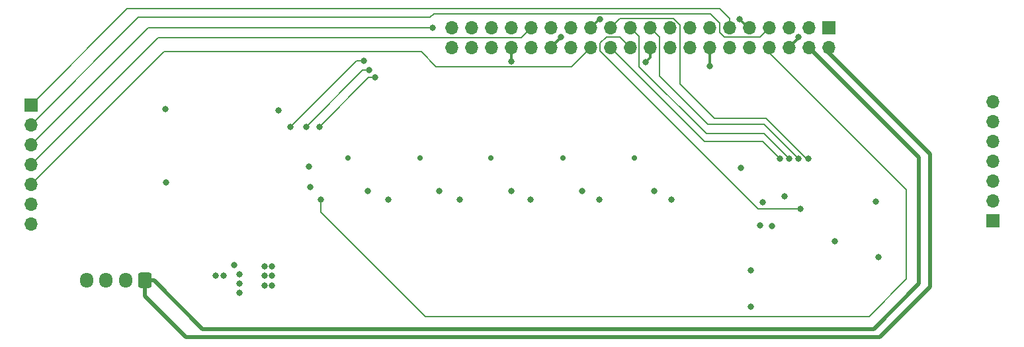
<source format=gbl>
G04 #@! TF.GenerationSoftware,KiCad,Pcbnew,7.0.8*
G04 #@! TF.CreationDate,2024-01-27T08:45:00-08:00*
G04 #@! TF.ProjectId,FacePlate,46616365-506c-4617-9465-2e6b69636164,rev?*
G04 #@! TF.SameCoordinates,Original*
G04 #@! TF.FileFunction,Copper,L4,Bot*
G04 #@! TF.FilePolarity,Positive*
%FSLAX46Y46*%
G04 Gerber Fmt 4.6, Leading zero omitted, Abs format (unit mm)*
G04 Created by KiCad (PCBNEW 7.0.8) date 2024-01-27 08:45:00*
%MOMM*%
%LPD*%
G01*
G04 APERTURE LIST*
G04 Aperture macros list*
%AMRoundRect*
0 Rectangle with rounded corners*
0 $1 Rounding radius*
0 $2 $3 $4 $5 $6 $7 $8 $9 X,Y pos of 4 corners*
0 Add a 4 corners polygon primitive as box body*
4,1,4,$2,$3,$4,$5,$6,$7,$8,$9,$2,$3,0*
0 Add four circle primitives for the rounded corners*
1,1,$1+$1,$2,$3*
1,1,$1+$1,$4,$5*
1,1,$1+$1,$6,$7*
1,1,$1+$1,$8,$9*
0 Add four rect primitives between the rounded corners*
20,1,$1+$1,$2,$3,$4,$5,0*
20,1,$1+$1,$4,$5,$6,$7,0*
20,1,$1+$1,$6,$7,$8,$9,0*
20,1,$1+$1,$8,$9,$2,$3,0*%
G04 Aperture macros list end*
G04 #@! TA.AperFunction,ComponentPad*
%ADD10R,1.700000X1.700000*%
G04 #@! TD*
G04 #@! TA.AperFunction,ComponentPad*
%ADD11O,1.700000X1.700000*%
G04 #@! TD*
G04 #@! TA.AperFunction,ComponentPad*
%ADD12RoundRect,0.250000X0.600000X0.725000X-0.600000X0.725000X-0.600000X-0.725000X0.600000X-0.725000X0*%
G04 #@! TD*
G04 #@! TA.AperFunction,ComponentPad*
%ADD13O,1.700000X1.950000*%
G04 #@! TD*
G04 #@! TA.AperFunction,ViaPad*
%ADD14C,0.800000*%
G04 #@! TD*
G04 #@! TA.AperFunction,ViaPad*
%ADD15C,0.700000*%
G04 #@! TD*
G04 #@! TA.AperFunction,Conductor*
%ADD16C,0.200000*%
G04 #@! TD*
G04 #@! TA.AperFunction,Conductor*
%ADD17C,0.300000*%
G04 #@! TD*
G04 #@! TA.AperFunction,Conductor*
%ADD18C,0.500000*%
G04 #@! TD*
G04 APERTURE END LIST*
D10*
X104140000Y-68925600D03*
D11*
X104140000Y-71465600D03*
X104140000Y-74005600D03*
X104140000Y-76545600D03*
X104140000Y-79085600D03*
X104140000Y-81625600D03*
X104140000Y-84165600D03*
D10*
X227250000Y-83700000D03*
D11*
X227250000Y-81160000D03*
X227250000Y-78620000D03*
X227250000Y-76080000D03*
X227250000Y-73540000D03*
X227250000Y-71000000D03*
X227250000Y-68460000D03*
D10*
X206248000Y-59000000D03*
D11*
X206248000Y-61540000D03*
X203708000Y-59000000D03*
X203708000Y-61540000D03*
X201168000Y-59000000D03*
X201168000Y-61540000D03*
X198628000Y-59000000D03*
X198628000Y-61540000D03*
X196088000Y-59000000D03*
X196088000Y-61540000D03*
X193548000Y-59000000D03*
X193548000Y-61540000D03*
X191008000Y-59000000D03*
X191008000Y-61540000D03*
X188468000Y-59000000D03*
X188468000Y-61540000D03*
X185928000Y-59000000D03*
X185928000Y-61540000D03*
X183388000Y-59000000D03*
X183388000Y-61540000D03*
X180848000Y-59000000D03*
X180848000Y-61540000D03*
X178308000Y-59000000D03*
X178308000Y-61540000D03*
X175768000Y-59000000D03*
X175768000Y-61540000D03*
X173228000Y-59000000D03*
X173228000Y-61540000D03*
X170688000Y-59000000D03*
X170688000Y-61540000D03*
X168148000Y-59000000D03*
X168148000Y-61540000D03*
X165608000Y-59000000D03*
X165608000Y-61540000D03*
X163068000Y-59000000D03*
X163068000Y-61540000D03*
X160528000Y-59000000D03*
X160528000Y-61540000D03*
X157988000Y-59000000D03*
X157988000Y-61540000D03*
D12*
X118750000Y-91400000D03*
D13*
X116250000Y-91400000D03*
X113750000Y-91400000D03*
X111250000Y-91400000D03*
D14*
X212287500Y-81312500D03*
X212600000Y-88400000D03*
X128800000Y-90800000D03*
X127800000Y-90800000D03*
X207000000Y-86400000D03*
X135800000Y-69600000D03*
X141200000Y-81000000D03*
X195000000Y-77000000D03*
X200600000Y-80600000D03*
X165600000Y-63300500D03*
X177000000Y-57899500D03*
X172000000Y-60200000D03*
X191008000Y-63899500D03*
X182800000Y-63400000D03*
X202400000Y-60200000D03*
X194800000Y-57899500D03*
X130150000Y-89400000D03*
X130825000Y-93000000D03*
X130800000Y-91800000D03*
X130800000Y-90600000D03*
X135000000Y-92000000D03*
X134000000Y-92000000D03*
X135000000Y-90800000D03*
X134000000Y-90800000D03*
X134000000Y-89600000D03*
X135000000Y-89600000D03*
X155500000Y-59000000D03*
X196250000Y-90107000D03*
X196250000Y-94750000D03*
X200000000Y-75800000D03*
X197800000Y-81400000D03*
X199000000Y-84400000D03*
X197425000Y-84364244D03*
X202600000Y-82200000D03*
X203600000Y-75800000D03*
X202400000Y-75800000D03*
X201200000Y-75800000D03*
X121370000Y-69400000D03*
X121400000Y-78800000D03*
X139900000Y-79450000D03*
X139750000Y-76800000D03*
X148200000Y-65400000D03*
X141050000Y-71700000D03*
X147450000Y-64450000D03*
X139350000Y-71700000D03*
X146750000Y-63250000D03*
X137375000Y-71675000D03*
X159006000Y-81045000D03*
X186106000Y-81045000D03*
D15*
X144700000Y-75700000D03*
D14*
X149856000Y-80995000D03*
D15*
X181400000Y-75719500D03*
D14*
X176906000Y-81045000D03*
D15*
X163000000Y-75700000D03*
X172200000Y-75700000D03*
X153900000Y-75700000D03*
D14*
X168106000Y-81045000D03*
X165606000Y-79945000D03*
X174706000Y-79945000D03*
X183906000Y-79894000D03*
X156367500Y-79945000D03*
X147206000Y-79944000D03*
D16*
X216200000Y-79800000D02*
X198628000Y-62228000D01*
X198628000Y-62228000D02*
X198628000Y-61540000D01*
X216200000Y-91200000D02*
X216200000Y-79800000D01*
X141200000Y-82600000D02*
X154600000Y-96000000D01*
X154600000Y-96000000D02*
X211400000Y-96000000D01*
X141200000Y-81000000D02*
X141200000Y-82600000D01*
X211400000Y-96000000D02*
X216200000Y-91200000D01*
X179508000Y-60200000D02*
X180848000Y-61540000D01*
X177800000Y-60200000D02*
X179508000Y-60200000D01*
X177000000Y-62000000D02*
X177000000Y-61000000D01*
X197200000Y-82200000D02*
X177000000Y-62000000D01*
X177000000Y-61000000D02*
X177800000Y-60200000D01*
X202600000Y-82200000D02*
X197200000Y-82200000D01*
D17*
X195900500Y-59000000D02*
X196088000Y-59000000D01*
X194800000Y-57899500D02*
X195900500Y-59000000D01*
D16*
X121125600Y-62100000D02*
X104140000Y-79085600D01*
X154100000Y-62100000D02*
X121125600Y-62100000D01*
X156000000Y-64000000D02*
X154100000Y-62100000D01*
X173308000Y-64000000D02*
X156000000Y-64000000D01*
X175768000Y-61540000D02*
X173308000Y-64000000D01*
D17*
X165608000Y-63292500D02*
X165608000Y-61540000D01*
X165600000Y-63300500D02*
X165608000Y-63292500D01*
X176868500Y-57899500D02*
X175768000Y-59000000D01*
X177000000Y-57899500D02*
X176868500Y-57899500D01*
X172000000Y-60228000D02*
X170688000Y-61540000D01*
X172000000Y-60200000D02*
X172000000Y-60228000D01*
X191008000Y-63899500D02*
X191008000Y-61540000D01*
X182800000Y-63400000D02*
X183388000Y-62812000D01*
X183388000Y-62812000D02*
X183388000Y-61540000D01*
X202400000Y-60308000D02*
X201168000Y-61540000D01*
X202400000Y-60200000D02*
X202400000Y-60308000D01*
D18*
X118750000Y-93355635D02*
X118750000Y-91400000D01*
X212800000Y-98600000D02*
X123994365Y-98600000D01*
X219200000Y-75200000D02*
X219200000Y-92200000D01*
X206248000Y-62248000D02*
X219200000Y-75200000D01*
X219200000Y-92200000D02*
X212800000Y-98600000D01*
X123994365Y-98600000D02*
X118750000Y-93355635D01*
X206248000Y-61540000D02*
X206248000Y-62248000D01*
X217800000Y-75632000D02*
X203708000Y-61540000D01*
X126105635Y-97600000D02*
X212000000Y-97600000D01*
X119905635Y-91400000D02*
X126105635Y-97600000D01*
X217800000Y-91800000D02*
X217800000Y-75632000D01*
X118750000Y-91400000D02*
X119905635Y-91400000D01*
X212000000Y-97600000D02*
X217800000Y-91800000D01*
D16*
X197428000Y-60200000D02*
X198628000Y-59000000D01*
X192900000Y-60200000D02*
X197428000Y-60200000D01*
X192300000Y-59600000D02*
X192900000Y-60200000D01*
X192300000Y-58427302D02*
X192300000Y-59600000D01*
X191072698Y-57200000D02*
X192300000Y-58427302D01*
X155700000Y-57200000D02*
X191072698Y-57200000D01*
X117905600Y-57700000D02*
X155200000Y-57700000D01*
X155200000Y-57700000D02*
X155700000Y-57200000D01*
X104140000Y-71465600D02*
X117905600Y-57700000D01*
X119145600Y-59000000D02*
X114250000Y-63895600D01*
X155500000Y-59000000D02*
X119145600Y-59000000D01*
X104140000Y-74005600D02*
X114250000Y-63895600D01*
X179508000Y-57800000D02*
X178308000Y-59000000D01*
X186356698Y-57800000D02*
X179508000Y-57800000D01*
X187200000Y-58643302D02*
X186356698Y-57800000D01*
X187200000Y-66200000D02*
X187200000Y-58643302D01*
X198189950Y-70600000D02*
X191600000Y-70600000D01*
X203389950Y-75800000D02*
X198189950Y-70600000D01*
X203600000Y-75800000D02*
X203389950Y-75800000D01*
X191600000Y-70600000D02*
X187200000Y-66200000D01*
X181998000Y-63998000D02*
X181998000Y-60150000D01*
X190600000Y-72600000D02*
X181998000Y-63998000D01*
X198000000Y-72600000D02*
X190600000Y-72600000D01*
X201200000Y-75800000D02*
X198000000Y-72600000D01*
X181998000Y-60150000D02*
X180848000Y-59000000D01*
X184600000Y-65200000D02*
X184600000Y-60212000D01*
X190800000Y-71400000D02*
X184600000Y-65200000D01*
X184600000Y-60212000D02*
X183388000Y-59000000D01*
X202400000Y-75800000D02*
X198000000Y-71400000D01*
X198000000Y-71400000D02*
X190800000Y-71400000D01*
X192300000Y-56600000D02*
X116465600Y-56600000D01*
X193548000Y-57848000D02*
X192300000Y-56600000D01*
X116465600Y-56600000D02*
X104140000Y-68925600D01*
X193548000Y-59000000D02*
X193548000Y-57848000D01*
X190368000Y-73600000D02*
X178308000Y-61540000D01*
X197800000Y-73600000D02*
X190368000Y-73600000D01*
X200000000Y-75800000D02*
X197800000Y-73600000D01*
X148200000Y-65414000D02*
X148236000Y-65450000D01*
X148200000Y-65400000D02*
X148200000Y-65414000D01*
X147350000Y-65400000D02*
X141050000Y-71700000D01*
X148200000Y-65400000D02*
X147350000Y-65400000D01*
X146600000Y-64450000D02*
X139350000Y-71700000D01*
X147450000Y-64450000D02*
X146600000Y-64450000D01*
X146750000Y-63250000D02*
X145800000Y-63250000D01*
X145800000Y-63250000D02*
X137375000Y-71675000D01*
X166848000Y-60300000D02*
X168148000Y-59000000D01*
X120385600Y-60300000D02*
X166848000Y-60300000D01*
X104140000Y-76545600D02*
X120385600Y-60300000D01*
M02*

</source>
